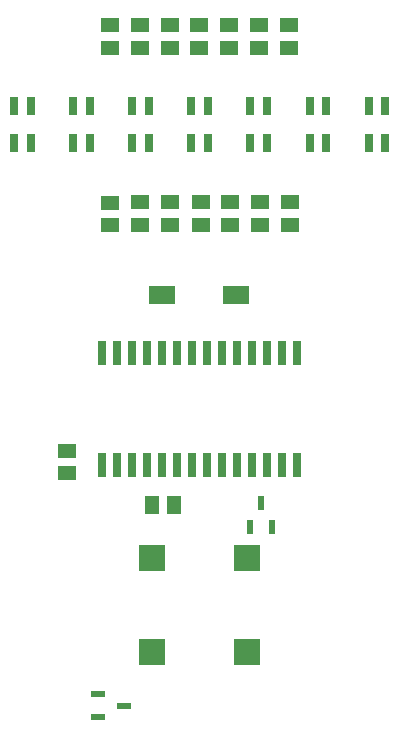
<source format=gbr>
G04 EAGLE Gerber RS-274X export*
G75*
%MOMM*%
%FSLAX34Y34*%
%LPD*%
%INSolderpaste Top*%
%IPPOS*%
%AMOC8*
5,1,8,0,0,1.08239X$1,22.5*%
G01*
%ADD10R,1.300000X1.500000*%
%ADD11R,0.700000X2.050000*%
%ADD12R,1.500000X1.300000*%
%ADD13R,2.300000X1.600000*%
%ADD14R,2.250000X2.250000*%
%ADD15R,0.800000X1.600000*%
%ADD16R,0.600000X1.300000*%
%ADD17R,1.150000X0.600000*%


D10*
X178400Y207490D03*
X159400Y207490D03*
D11*
X282250Y336840D03*
X269550Y336840D03*
X256850Y336840D03*
X244150Y336840D03*
X231450Y336840D03*
X218750Y336840D03*
X206050Y336840D03*
X193350Y336840D03*
X180650Y336840D03*
X167950Y336840D03*
X155250Y336840D03*
X142550Y336840D03*
X129850Y336840D03*
X117150Y336840D03*
X117150Y241340D03*
X129850Y241340D03*
X142550Y241340D03*
X155250Y241340D03*
X167950Y241340D03*
X180650Y241340D03*
X193350Y241340D03*
X206050Y241340D03*
X218750Y241340D03*
X231450Y241340D03*
X244150Y241340D03*
X256850Y241340D03*
X269550Y241340D03*
X282250Y241340D03*
D12*
X87940Y234970D03*
X87940Y253970D03*
X250660Y445160D03*
X250660Y464160D03*
X225260Y445160D03*
X225260Y464160D03*
X201130Y445160D03*
X201130Y464160D03*
X174460Y445160D03*
X174460Y464160D03*
X149060Y445160D03*
X149060Y464160D03*
X123660Y444652D03*
X123660Y463652D03*
X123660Y614020D03*
X123660Y595020D03*
X149060Y614020D03*
X149060Y595020D03*
X174460Y614020D03*
X174460Y595020D03*
X199540Y614180D03*
X199540Y595180D03*
X224940Y614180D03*
X224940Y595180D03*
X250340Y614180D03*
X250340Y595180D03*
X275740Y614180D03*
X275740Y595180D03*
X276060Y445160D03*
X276060Y464160D03*
D13*
X230690Y385680D03*
X167690Y385680D03*
D14*
X240000Y83360D03*
X240000Y163360D03*
X160000Y83360D03*
X160000Y163360D03*
D15*
X43000Y546000D03*
X43000Y514000D03*
X57000Y546000D03*
X57000Y514000D03*
X93000Y546000D03*
X93000Y514000D03*
X107000Y546000D03*
X107000Y514000D03*
X143000Y546000D03*
X143000Y514000D03*
X157000Y546000D03*
X157000Y514000D03*
X193000Y546000D03*
X193000Y514000D03*
X207000Y546000D03*
X207000Y514000D03*
X243000Y546000D03*
X243000Y514000D03*
X257000Y546000D03*
X257000Y514000D03*
X293000Y546000D03*
X293000Y514000D03*
X307000Y546000D03*
X307000Y514000D03*
X343000Y546000D03*
X343000Y514000D03*
X357000Y546000D03*
X357000Y514000D03*
D16*
X242500Y189000D03*
X261500Y189000D03*
X252000Y210000D03*
D17*
X114090Y47700D03*
X114090Y28500D03*
X136090Y38100D03*
M02*

</source>
